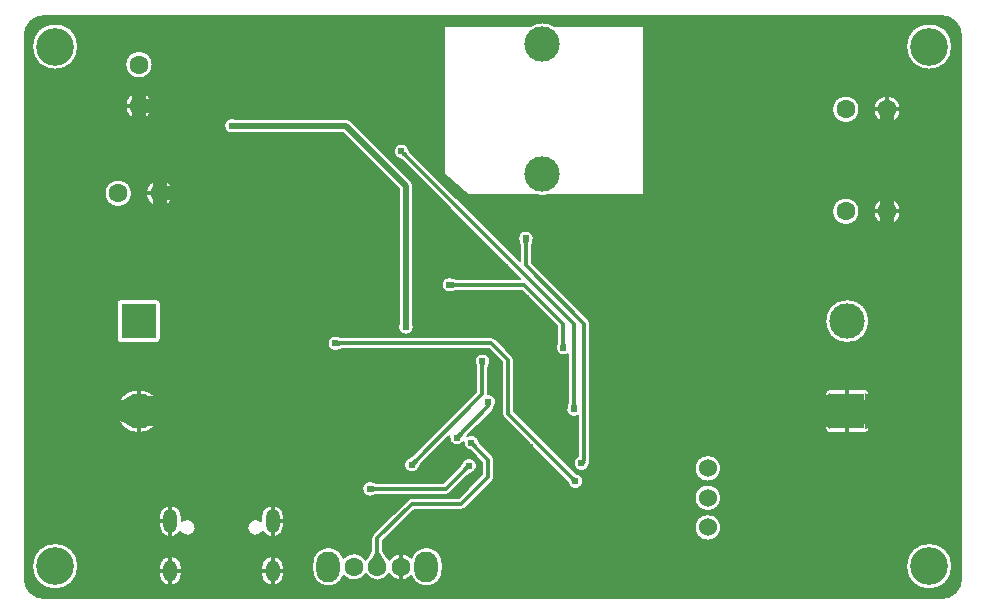
<source format=gbl>
G04 Layer: BottomLayer*
G04 EasyEDA Pro v2.2.37.7, 2025-04-09 10:13:22*
G04 Gerber Generator version 0.3*
G04 Scale: 100 percent, Rotated: No, Reflected: No*
G04 Dimensions in millimeters*
G04 Leading zeros omitted, absolute positions, 4 integers and 5 decimals*
%FSLAX45Y45*%
%MOMM*%
%ADD10C,0.2032*%
%ADD11C,0.35*%
%ADD12C,2.99999*%
%ADD13C,1.6*%
%ADD14R,2.99999X2.99999*%
%ADD15R,3.0031X2.99999*%
%ADD16R,2.99999X2.99999*%
%ADD17C,1.524*%
%ADD18O,1.59995X1.6*%
%ADD19O,2.0X2.59999*%
%ADD20O,1.2X2.0*%
%ADD21O,1.2X1.8*%
%ADD22C,3.2004*%
%ADD23C,0.61*%
%ADD24C,0.6096*%
%ADD25C,0.3*%
%ADD26C,0.5*%
%ADD27C,2.5*%
%ADD28C,1.0*%
%ADD29C,2.0*%
%ADD30C,1.5*%
G75*


G04 Copper Start*
G36*
G01X35814Y-200000D02*
G01X37835Y-174316D01*
G01X43850Y-149264D01*
G01X53709Y-125461D01*
G01X67171Y-103494D01*
G01X83903Y-83903D01*
G01X103494Y-67171D01*
G01X125461Y-53709D01*
G01X149264Y-43850D01*
G01X174316Y-37835D01*
G01X200000Y-35814D01*
G01X7800000Y-35814D01*
G01X7825684Y-37835D01*
G01X7850736Y-43850D01*
G01X7874539Y-53709D01*
G01X7896506Y-67171D01*
G01X7916097Y-83903D01*
G01X7932829Y-103494D01*
G01X7946291Y-125461D01*
G01X7956150Y-149264D01*
G01X7962165Y-174316D01*
G01X7964186Y-200000D01*
G01X7964186Y-4800000D01*
G01X7962165Y-4825684D01*
G01X7956150Y-4850736D01*
G01X7946291Y-4874539D01*
G01X7932829Y-4896506D01*
G01X7916097Y-4916097D01*
G01X7896506Y-4932829D01*
G01X7874539Y-4946291D01*
G01X7850736Y-4956150D01*
G01X7825684Y-4962165D01*
G01X7800000Y-4964186D01*
G01X200000Y-4964186D01*
G01X174316Y-4962165D01*
G01X149264Y-4956150D01*
G01X125461Y-4946291D01*
G01X103494Y-4932829D01*
G01X83903Y-4916097D01*
G01X67171Y-4896506D01*
G01X53709Y-4874539D01*
G01X43850Y-4850736D01*
G01X37835Y-4825684D01*
G01X35814Y-4800000D01*
G01X35814Y-4693650D01*
G01X97816Y-4693650D01*
G01X97816Y-4693650D01*
G01X99809Y-4721520D01*
G01X105749Y-4748823D01*
G01X115513Y-4775002D01*
G01X128904Y-4799526D01*
G01X145648Y-4821894D01*
G01X165406Y-4841651D01*
G01X187774Y-4858396D01*
G01X212298Y-4871787D01*
G01X238477Y-4881551D01*
G01X265780Y-4887491D01*
G01X293650Y-4889484D01*
G01X321520Y-4887491D01*
G01X348823Y-4881551D01*
G01X375002Y-4871787D01*
G01X399526Y-4858396D01*
G01X421894Y-4841651D01*
G01X441651Y-4821894D01*
G01X458396Y-4799526D01*
G01X471787Y-4775002D01*
G01X481551Y-4748823D01*
G01X487491Y-4721520D01*
G01X488794Y-4703303D01*
G01X1173488Y-4703303D01*
G01X1173488Y-4763303D01*
G01X1175329Y-4781995D01*
G01X1180781Y-4799969D01*
G01X1189635Y-4816534D01*
G01X1201551Y-4831053D01*
G01X1216070Y-4842969D01*
G01X1232635Y-4851823D01*
G01X1250609Y-4857275D01*
G01X1269302Y-4859117D01*
G01X1287994Y-4857275D01*
G01X1305968Y-4851823D01*
G01X1322533Y-4842969D01*
G01X1337052Y-4831053D01*
G01X1348968Y-4816534D01*
G01X1357822Y-4799969D01*
G01X1363274Y-4781995D01*
G01X1365115Y-4763303D01*
G01X1365115Y-4703303D01*
G01X2038485Y-4703303D01*
G01X2038485Y-4763303D01*
G01X2040326Y-4781995D01*
G01X2045778Y-4799969D01*
G01X2054632Y-4816534D01*
G01X2066548Y-4831053D01*
G01X2081067Y-4842969D01*
G01X2097632Y-4851823D01*
G01X2115606Y-4857275D01*
G01X2134299Y-4859117D01*
G01X2152991Y-4857275D01*
G01X2170965Y-4851823D01*
G01X2187530Y-4842969D01*
G01X2202049Y-4831053D01*
G01X2213965Y-4816534D01*
G01X2222819Y-4799969D01*
G01X2228271Y-4781995D01*
G01X2230112Y-4763303D01*
G01X2230112Y-4703303D01*
G01X2228271Y-4684610D01*
G01X2223534Y-4668995D01*
G01X2471776Y-4668995D01*
G01X2471776Y-4728995D01*
G01X2473607Y-4751224D01*
G01X2479052Y-4772854D01*
G01X2487964Y-4793300D01*
G01X2500103Y-4812013D01*
G01X2515140Y-4828486D01*
G01X2532671Y-4842276D01*
G01X2552222Y-4853010D01*
G01X2573267Y-4860400D01*
G01X2595238Y-4864246D01*
G01X2617541Y-4864444D01*
G01X2639576Y-4860988D01*
G01X2660749Y-4853973D01*
G01X2680488Y-4843586D01*
G01X2698260Y-4830110D01*
G01X2713587Y-4813905D01*
G01X2726056Y-4795411D01*
G01X2735329Y-4775126D01*
G01X2749676Y-4788963D01*
G01X2766183Y-4800135D01*
G01X2784362Y-4808311D01*
G01X2803673Y-4813249D01*
G01X2823545Y-4814802D01*
G01X2843389Y-4812925D01*
G01X2862617Y-4807673D01*
G01X2880660Y-4799201D01*
G01X2896983Y-4787761D01*
G01X2911102Y-4773692D01*
G01X2922600Y-4757410D01*
G01X2934200Y-4773812D01*
G01X2948459Y-4787963D01*
G01X2964950Y-4799437D01*
G01X2983175Y-4807889D01*
G01X3002586Y-4813064D01*
G01X3022600Y-4814806D01*
G01X3042614Y-4813064D01*
G01X3062025Y-4807889D01*
G01X3080250Y-4799437D01*
G01X3096741Y-4787963D01*
G01X3111000Y-4773812D01*
G01X3122600Y-4757410D01*
G01X3134098Y-4773692D01*
G01X3148217Y-4787761D01*
G01X3164540Y-4799201D01*
G01X3182583Y-4807673D01*
G01X3201811Y-4812925D01*
G01X3221655Y-4814802D01*
G01X3241527Y-4813249D01*
G01X3260838Y-4808311D01*
G01X3279017Y-4800135D01*
G01X3295524Y-4788963D01*
G01X3309871Y-4775126D01*
G01X3319144Y-4795411D01*
G01X3331613Y-4813905D01*
G01X3346940Y-4830110D01*
G01X3364712Y-4843586D01*
G01X3384451Y-4853973D01*
G01X3405624Y-4860988D01*
G01X3427659Y-4864444D01*
G01X3449962Y-4864246D01*
G01X3471933Y-4860400D01*
G01X3492978Y-4853010D01*
G01X3512529Y-4842276D01*
G01X3530060Y-4828486D01*
G01X3545097Y-4812013D01*
G01X3557236Y-4793300D01*
G01X3566148Y-4772854D01*
G01X3571593Y-4751224D01*
G01X3573424Y-4728995D01*
G01X3573424Y-4693650D01*
G01X7497816Y-4693650D01*
G01X7499809Y-4721520D01*
G01X7505749Y-4748823D01*
G01X7515513Y-4775002D01*
G01X7528904Y-4799526D01*
G01X7545649Y-4821894D01*
G01X7565406Y-4841651D01*
G01X7587774Y-4858396D01*
G01X7612298Y-4871787D01*
G01X7638477Y-4881551D01*
G01X7665780Y-4887491D01*
G01X7693650Y-4889484D01*
G01X7721520Y-4887491D01*
G01X7748823Y-4881551D01*
G01X7775002Y-4871787D01*
G01X7799526Y-4858396D01*
G01X7821894Y-4841651D01*
G01X7841652Y-4821894D01*
G01X7858396Y-4799526D01*
G01X7871787Y-4775002D01*
G01X7881551Y-4748823D01*
G01X7887491Y-4721520D01*
G01X7889484Y-4693650D01*
G01X7887491Y-4665780D01*
G01X7881551Y-4638477D01*
G01X7871787Y-4612298D01*
G01X7858396Y-4587774D01*
G01X7841652Y-4565406D01*
G01X7821894Y-4545649D01*
G01X7799526Y-4528904D01*
G01X7775002Y-4515513D01*
G01X7748823Y-4505749D01*
G01X7721520Y-4499809D01*
G01X7693650Y-4497816D01*
G01X7665780Y-4499809D01*
G01X7638477Y-4505749D01*
G01X7612298Y-4515513D01*
G01X7587774Y-4528904D01*
G01X7565406Y-4545649D01*
G01X7545649Y-4565406D01*
G01X7528904Y-4587774D01*
G01X7515513Y-4612298D01*
G01X7505749Y-4638477D01*
G01X7499809Y-4665780D01*
G01X7497816Y-4693650D01*
G01X7497816Y-4693650D01*
G01X3573424Y-4693650D01*
G01X3573424Y-4668995D01*
G01X3571593Y-4646766D01*
G01X3566148Y-4625136D01*
G01X3557236Y-4604689D01*
G01X3545097Y-4585977D01*
G01X3530060Y-4569504D01*
G01X3512529Y-4555714D01*
G01X3492978Y-4544979D01*
G01X3471933Y-4537590D01*
G01X3449962Y-4533744D01*
G01X3427659Y-4533546D01*
G01X3405624Y-4537002D01*
G01X3384451Y-4544017D01*
G01X3364712Y-4554403D01*
G01X3346940Y-4567880D01*
G01X3331613Y-4584084D01*
G01X3319144Y-4602579D01*
G01X3309871Y-4622864D01*
G01X3295524Y-4609027D01*
G01X3279017Y-4597855D01*
G01X3260838Y-4589679D01*
G01X3241527Y-4584741D01*
G01X3221655Y-4583187D01*
G01X3201811Y-4585065D01*
G01X3182583Y-4590317D01*
G01X3164540Y-4598788D01*
G01X3148217Y-4610228D01*
G01X3134098Y-4624298D01*
G01X3122600Y-4640580D01*
G01X3113761Y-4627567D01*
G01X3103239Y-4615871D01*
G01X3073414Y-4565591D01*
G01X3073414Y-4478748D01*
G01X3197526Y-4354636D01*
G01X5708072Y-4354636D01*
G01X5708072Y-4375306D01*
G01X5711871Y-4395625D01*
G01X5719338Y-4414900D01*
G01X5730220Y-4432474D01*
G01X5744145Y-4447750D01*
G01X5760641Y-4460207D01*
G01X5779145Y-4469421D01*
G01X5799026Y-4475078D01*
G01X5819609Y-4476985D01*
G01X5840191Y-4475078D01*
G01X5860073Y-4469421D01*
G01X5878576Y-4460207D01*
G01X5895072Y-4447750D01*
G01X5908998Y-4432474D01*
G01X5919879Y-4414900D01*
G01X5927347Y-4395625D01*
G01X5931145Y-4375306D01*
G01X5931145Y-4354636D01*
G01X5927347Y-4334317D01*
G01X5919879Y-4315042D01*
G01X5908998Y-4297467D01*
G01X5895072Y-4282192D01*
G01X5878576Y-4269735D01*
G01X5860073Y-4260521D01*
G01X5840191Y-4254864D01*
G01X5819609Y-4252957D01*
G01X5819609Y-4252957D01*
G01X5799026Y-4254864D01*
G01X5779145Y-4260521D01*
G01X5760641Y-4269735D01*
G01X5744145Y-4282192D01*
G01X5730220Y-4297467D01*
G01X5719338Y-4315042D01*
G01X5711871Y-4334317D01*
G01X5708072Y-4354636D01*
G01X3197526Y-4354636D01*
G01X3335748Y-4216414D01*
G01X3733800Y-4216414D01*
G01X3746952Y-4214683D01*
G01X3759207Y-4209606D01*
G01X3769731Y-4201531D01*
G01X3866613Y-4104649D01*
G01X5708072Y-4104649D01*
G01X5708072Y-4125319D01*
G01X5711871Y-4145638D01*
G01X5719338Y-4164913D01*
G01X5730220Y-4182488D01*
G01X5744145Y-4197763D01*
G01X5760641Y-4210220D01*
G01X5779145Y-4219434D01*
G01X5799026Y-4225091D01*
G01X5819609Y-4226998D01*
G01X5840191Y-4225091D01*
G01X5860073Y-4219434D01*
G01X5878576Y-4210220D01*
G01X5895072Y-4197763D01*
G01X5908998Y-4182488D01*
G01X5919879Y-4164913D01*
G01X5927347Y-4145638D01*
G01X5931145Y-4125319D01*
G01X5931145Y-4104649D01*
G01X5927347Y-4084330D01*
G01X5919879Y-4065055D01*
G01X5908998Y-4047481D01*
G01X5895072Y-4032205D01*
G01X5878576Y-4019748D01*
G01X5860073Y-4010534D01*
G01X5840191Y-4004877D01*
G01X5819609Y-4002970D01*
G01X5819609Y-4002970D01*
G01X5799026Y-4004877D01*
G01X5779145Y-4010534D01*
G01X5760641Y-4019748D01*
G01X5744145Y-4032205D01*
G01X5730220Y-4047481D01*
G01X5719338Y-4065055D01*
G01X5711871Y-4084330D01*
G01X5708072Y-4104649D01*
G01X3866613Y-4104649D01*
G01X3998331Y-3972931D01*
G01X4006406Y-3962407D01*
G01X4011483Y-3950152D01*
G01X4013214Y-3937000D01*
G01X4013214Y-3794379D01*
G01X4011483Y-3781227D01*
G01X4006406Y-3768972D01*
G01X3998331Y-3758448D01*
G01X3892706Y-3652823D01*
G01X3881747Y-3634613D01*
G01X3876462Y-3619612D01*
G01X3867757Y-3606300D01*
G01X3856132Y-3595444D01*
G01X3842257Y-3587669D01*
G01X3826929Y-3583421D01*
G01X3811031Y-3582945D01*
G01X3795477Y-3586269D01*
G01X3781161Y-3593201D01*
G01X3998331Y-3376031D01*
G01X4004708Y-3368244D01*
G01X4009426Y-3359352D01*
G01X4012298Y-3349705D01*
G01X4016259Y-3340687D01*
G01X4024004Y-3326547D01*
G01X4028107Y-3310956D01*
G01X4028326Y-3294835D01*
G01X4024648Y-3279138D01*
G01X4017292Y-3264792D01*
G01X4006691Y-3252645D01*
G01X3993472Y-3243416D01*
G01X3978416Y-3237649D01*
G01X3962414Y-3235686D01*
G01X3962414Y-3015335D01*
G01X3967541Y-2994710D01*
G01X3974350Y-2980548D01*
G01X3977635Y-2965181D01*
G01X3977212Y-2949473D01*
G01X3973104Y-2934306D01*
G01X3965544Y-2920530D01*
G01X3954954Y-2908921D01*
G01X3941930Y-2900129D01*
G01X3927203Y-2894648D01*
G01X3911600Y-2892786D01*
G01X3895997Y-2894648D01*
G01X3881270Y-2900129D01*
G01X3868246Y-2908921D01*
G01X3857656Y-2920530D01*
G01X3850096Y-2934306D01*
G01X3845988Y-2949473D01*
G01X3845565Y-2965181D01*
G01X3848850Y-2980548D01*
G01X3855659Y-2994710D01*
G01X3860786Y-3015335D01*
G01X3860786Y-3217452D01*
G01X3318533Y-3759705D01*
G01X3300324Y-3770663D01*
G01X3300324Y-3770663D01*
G01X3285495Y-3775863D01*
G01X3272307Y-3784406D01*
G01X3261498Y-3795813D01*
G01X3253678Y-3809442D01*
G01X3249283Y-3824529D01*
G01X3248562Y-3840226D01*
G01X3251554Y-3855652D01*
G01X3258092Y-3869942D01*
G01X3267809Y-3882291D01*
G01X3280158Y-3892008D01*
G01X3294448Y-3898546D01*
G01X3309874Y-3901538D01*
G01X3325571Y-3900817D01*
G01X3340658Y-3896422D01*
G01X3354287Y-3888602D01*
G01X3365694Y-3877793D01*
G01X3374237Y-3864605D01*
G01X3379437Y-3849776D01*
G01X3390395Y-3831567D01*
G01X3631406Y-3590555D01*
G01X3629392Y-3605875D01*
G01X3630978Y-3621244D01*
G01X3636077Y-3635829D01*
G01X3644413Y-3648839D01*
G01X3655534Y-3659566D01*
G01X3668834Y-3667428D01*
G01X3683594Y-3672000D01*
G01X3699010Y-3673031D01*
G01X3714247Y-3670468D01*
G01X3728477Y-3664447D01*
G01X3740927Y-3655298D01*
G01X3750923Y-3643515D01*
G01X3751507Y-3659326D01*
G01X3755820Y-3674548D01*
G01X3763616Y-3688316D01*
G01X3774451Y-3699844D01*
G01X3787708Y-3708478D01*
G01X3802634Y-3713726D01*
G01X3820844Y-3724685D01*
G01X3911586Y-3815427D01*
G01X3911586Y-3915952D01*
G01X3712752Y-4114786D01*
G01X3314700Y-4114786D01*
G01X3301548Y-4116517D01*
G01X3289293Y-4121594D01*
G01X3278769Y-4129669D01*
G01X2986669Y-4421769D01*
G01X2978594Y-4432293D01*
G01X2973517Y-4444548D01*
G01X2971786Y-4457700D01*
G01X2971786Y-4565591D01*
G01X2941961Y-4615871D01*
G01X2931440Y-4627566D01*
G01X2922600Y-4640580D01*
G01X2911102Y-4624298D01*
G01X2896983Y-4610228D01*
G01X2880660Y-4598788D01*
G01X2862617Y-4590317D01*
G01X2843389Y-4585065D01*
G01X2823545Y-4583187D01*
G01X2803673Y-4584741D01*
G01X2784362Y-4589679D01*
G01X2766183Y-4597855D01*
G01X2749676Y-4609027D01*
G01X2735329Y-4622864D01*
G01X2726056Y-4602579D01*
G01X2713587Y-4584084D01*
G01X2698260Y-4567880D01*
G01X2680488Y-4554403D01*
G01X2660749Y-4544017D01*
G01X2639576Y-4537002D01*
G01X2617541Y-4533546D01*
G01X2595238Y-4533744D01*
G01X2573267Y-4537590D01*
G01X2552222Y-4544979D01*
G01X2532671Y-4555714D01*
G01X2515140Y-4569504D01*
G01X2500103Y-4585977D01*
G01X2487964Y-4604689D01*
G01X2479052Y-4625136D01*
G01X2473607Y-4646766D01*
G01X2471776Y-4668995D01*
G01X2223534Y-4668995D01*
G01X2222819Y-4666636D01*
G01X2213965Y-4650071D01*
G01X2202049Y-4635552D01*
G01X2187530Y-4623636D01*
G01X2170965Y-4614782D01*
G01X2152991Y-4609330D01*
G01X2134299Y-4607489D01*
G01X2115606Y-4609330D01*
G01X2097632Y-4614782D01*
G01X2081067Y-4623636D01*
G01X2066548Y-4635552D01*
G01X2054632Y-4650071D01*
G01X2045778Y-4666636D01*
G01X2040326Y-4684610D01*
G01X2038485Y-4703303D01*
G01X2038485Y-4703303D01*
G01X1365115Y-4703303D01*
G01X1363274Y-4684610D01*
G01X1357822Y-4666636D01*
G01X1348968Y-4650071D01*
G01X1337052Y-4635552D01*
G01X1322533Y-4623636D01*
G01X1305968Y-4614782D01*
G01X1287994Y-4609330D01*
G01X1269302Y-4607489D01*
G01X1250609Y-4609330D01*
G01X1232635Y-4614782D01*
G01X1216070Y-4623636D01*
G01X1201551Y-4635552D01*
G01X1189635Y-4650071D01*
G01X1180781Y-4666636D01*
G01X1175329Y-4684610D01*
G01X1173488Y-4703303D01*
G01X1173488Y-4703303D01*
G01X488794Y-4703303D01*
G01X489484Y-4693650D01*
G01X487491Y-4665780D01*
G01X481551Y-4638477D01*
G01X471787Y-4612298D01*
G01X458396Y-4587774D01*
G01X441651Y-4565406D01*
G01X421894Y-4545649D01*
G01X399526Y-4528904D01*
G01X375002Y-4515513D01*
G01X348823Y-4505749D01*
G01X321520Y-4499809D01*
G01X293650Y-4497816D01*
G01X265780Y-4499809D01*
G01X238477Y-4505749D01*
G01X212298Y-4515513D01*
G01X187774Y-4528904D01*
G01X165406Y-4545649D01*
G01X145648Y-4565406D01*
G01X128904Y-4587774D01*
G01X115513Y-4612298D01*
G01X105749Y-4638477D01*
G01X99809Y-4665780D01*
G01X97816Y-4693650D01*
G01X35814Y-4693650D01*
G01X35814Y-4273288D01*
G01X1173488Y-4273288D01*
G01X1173488Y-4353288D01*
G01X1175416Y-4372415D01*
G01X1181124Y-4390772D01*
G01X1190382Y-4407620D01*
G01X1202816Y-4422281D01*
G01X1217927Y-4434165D01*
G01X1235106Y-4442792D01*
G01X1253662Y-4447817D01*
G01X1272847Y-4449036D01*
G01X1291890Y-4446401D01*
G01X1310023Y-4440018D01*
G01X1326517Y-4430143D01*
G01X1340708Y-4417175D01*
G01X1352024Y-4401634D01*
G01X1361578Y-4414194D01*
G01X1373676Y-4424326D01*
G01X1387717Y-4431527D01*
G01X1403005Y-4435440D01*
G01X1418780Y-4435871D01*
G01X1434258Y-4432797D01*
G01X1448671Y-4426372D01*
G01X1461304Y-4416914D01*
G01X1471529Y-4404894D01*
G01X1478837Y-4390908D01*
G01X1482867Y-4375651D01*
G01X1483418Y-4359887D01*
G01X1920206Y-4359887D01*
G01X1920759Y-4375655D01*
G01X1920759Y-4375655D01*
G01X1924789Y-4390910D01*
G01X1932096Y-4404894D01*
G01X1942319Y-4416912D01*
G01X1954949Y-4426369D01*
G01X1969359Y-4432794D01*
G01X1984834Y-4435870D01*
G01X2000606Y-4435442D01*
G01X2015892Y-4431533D01*
G01X2029933Y-4424337D01*
G01X2042032Y-4414210D01*
G01X2051589Y-4401656D01*
G01X2062908Y-4417192D01*
G01X2077100Y-4430156D01*
G01X2093594Y-4440026D01*
G01X2111727Y-4446405D01*
G01X2130768Y-4449037D01*
G01X2149951Y-4447815D01*
G01X2168504Y-4442788D01*
G01X2185681Y-4434159D01*
G01X2200789Y-4422276D01*
G01X2213222Y-4407615D01*
G01X2222477Y-4390769D01*
G01X2228184Y-4372413D01*
G01X2230112Y-4353288D01*
G01X2230112Y-4273288D01*
G01X2228271Y-4254596D01*
G01X2222819Y-4236622D01*
G01X2213965Y-4220057D01*
G01X2202049Y-4205538D01*
G01X2187530Y-4193622D01*
G01X2170965Y-4184768D01*
G01X2152991Y-4179316D01*
G01X2134299Y-4177474D01*
G01X2115606Y-4179316D01*
G01X2097632Y-4184768D01*
G01X2081067Y-4193622D01*
G01X2066548Y-4205538D01*
G01X2054632Y-4220057D01*
G01X2045778Y-4236622D01*
G01X2040326Y-4254596D01*
G01X2038485Y-4273288D01*
G01X2038485Y-4312941D01*
G01X2025706Y-4303685D01*
G01X2011196Y-4297489D01*
G01X1995674Y-4294659D01*
G01X1979911Y-4295337D01*
G01X1964689Y-4299488D01*
G01X1950764Y-4306906D01*
G01X1938827Y-4317223D01*
G01X1929470Y-4329927D01*
G01X1923159Y-4344388D01*
G01X1920206Y-4359887D01*
G01X1483418Y-4359887D01*
G01X1483418Y-4359880D01*
G01X1480463Y-4344379D01*
G01X1474149Y-4329916D01*
G01X1464788Y-4317212D01*
G01X1452847Y-4306895D01*
G01X1438917Y-4299480D01*
G01X1423691Y-4295333D01*
G01X1407925Y-4294661D01*
G01X1392401Y-4297497D01*
G01X1377891Y-4303701D01*
G01X1365115Y-4312964D01*
G01X1365115Y-4273288D01*
G01X1365115Y-4273288D01*
G01X1363274Y-4254596D01*
G01X1357822Y-4236622D01*
G01X1348968Y-4220057D01*
G01X1337052Y-4205538D01*
G01X1322533Y-4193622D01*
G01X1305968Y-4184768D01*
G01X1287994Y-4179316D01*
G01X1269302Y-4177474D01*
G01X1250609Y-4179316D01*
G01X1232635Y-4184768D01*
G01X1216070Y-4193622D01*
G01X1201551Y-4205538D01*
G01X1189635Y-4220057D01*
G01X1180781Y-4236622D01*
G01X1175329Y-4254596D01*
G01X1173488Y-4273288D01*
G01X35814Y-4273288D01*
G01X35814Y-4038600D01*
G01X2892786Y-4038600D01*
G01X2894648Y-4054203D01*
G01X2900129Y-4068930D01*
G01X2908921Y-4081954D01*
G01X2920530Y-4092544D01*
G01X2934306Y-4100104D01*
G01X2949473Y-4104212D01*
G01X2965181Y-4104635D01*
G01X2980548Y-4101350D01*
G01X2994710Y-4094541D01*
G01X3015335Y-4089414D01*
G01X3602711Y-4089414D01*
G01X3615862Y-4087683D01*
G01X3628118Y-4082606D01*
G01X3638642Y-4074531D01*
G01X3793467Y-3919706D01*
G01X3811676Y-3908748D01*
G01X3826505Y-3903547D01*
G01X3839693Y-3895004D01*
G01X3850502Y-3883598D01*
G01X3858322Y-3869969D01*
G01X3862717Y-3854882D01*
G01X3863438Y-3839184D01*
G01X3860446Y-3823758D01*
G01X3853908Y-3809469D01*
G01X3844191Y-3797119D01*
G01X3831842Y-3787403D01*
G01X3817552Y-3780865D01*
G01X3802126Y-3777872D01*
G01X3786429Y-3778594D01*
G01X3771342Y-3782988D01*
G01X3757713Y-3790809D01*
G01X3746306Y-3801617D01*
G01X3737763Y-3814806D01*
G01X3732563Y-3829634D01*
G01X3721605Y-3847844D01*
G01X3581663Y-3987786D01*
G01X3015335Y-3987786D01*
G01X3015335Y-3987786D01*
G01X2994710Y-3982659D01*
G01X2980548Y-3975850D01*
G01X2965181Y-3972565D01*
G01X2949473Y-3972988D01*
G01X2934306Y-3977096D01*
G01X2920530Y-3984656D01*
G01X2908921Y-3995246D01*
G01X2900129Y-4008270D01*
G01X2894648Y-4022997D01*
G01X2892786Y-4038600D01*
G01X35814Y-4038600D01*
G01X35814Y-3381000D01*
G01X814186Y-3381000D01*
G01X816078Y-3407444D01*
G01X821713Y-3433350D01*
G01X830978Y-3458190D01*
G01X843684Y-3481459D01*
G01X859571Y-3502682D01*
G01X878318Y-3521429D01*
G01X899542Y-3537317D01*
G01X922810Y-3550022D01*
G01X947650Y-3559287D01*
G01X973556Y-3564922D01*
G01X1000000Y-3566814D01*
G01X1026444Y-3564922D01*
G01X1052350Y-3559287D01*
G01X1077190Y-3550022D01*
G01X1100459Y-3537317D01*
G01X1121682Y-3521429D01*
G01X1140429Y-3502682D01*
G01X1156316Y-3481459D01*
G01X1169022Y-3458190D01*
G01X1178287Y-3433350D01*
G01X1183922Y-3407444D01*
G01X1185814Y-3381000D01*
G01X1183922Y-3354556D01*
G01X1178287Y-3328650D01*
G01X1169022Y-3303810D01*
G01X1156316Y-3280542D01*
G01X1140429Y-3259318D01*
G01X1121682Y-3240571D01*
G01X1100459Y-3224684D01*
G01X1077190Y-3211978D01*
G01X1052350Y-3202713D01*
G01X1026444Y-3197078D01*
G01X1000000Y-3195186D01*
G01X1000000Y-3195186D01*
G01X973556Y-3197078D01*
G01X947650Y-3202713D01*
G01X922810Y-3211978D01*
G01X899542Y-3224684D01*
G01X878318Y-3240571D01*
G01X859571Y-3259318D01*
G01X843684Y-3280542D01*
G01X830978Y-3303810D01*
G01X821713Y-3328650D01*
G01X816078Y-3354556D01*
G01X814186Y-3381000D01*
G01X35814Y-3381000D01*
G01X35814Y-2806700D01*
G01X2600686Y-2806700D01*
G01X2602548Y-2822303D01*
G01X2608029Y-2837030D01*
G01X2616821Y-2850054D01*
G01X2628430Y-2860644D01*
G01X2642206Y-2868204D01*
G01X2657373Y-2872312D01*
G01X2673081Y-2872735D01*
G01X2688448Y-2869450D01*
G01X2702610Y-2862641D01*
G01X2723235Y-2857514D01*
G01X3966752Y-2857514D01*
G01X4076686Y-2967448D01*
G01X4076686Y-3403600D01*
G01X4078417Y-3416752D01*
G01X4083494Y-3429007D01*
G01X4091569Y-3439531D01*
G01X4623151Y-3971113D01*
G01X4634564Y-3989679D01*
G01X4634564Y-3989679D01*
G01X4640060Y-4004400D01*
G01X4648866Y-4017414D01*
G01X4660486Y-4027991D01*
G01X4674269Y-4035538D01*
G01X4689440Y-4039629D01*
G01X4705148Y-4040036D01*
G01X4720511Y-4036736D01*
G01X4734666Y-4029914D01*
G01X4746818Y-4019953D01*
G01X4756286Y-4007412D01*
G01X4762537Y-3992996D01*
G01X4765221Y-3977513D01*
G01X4764187Y-3961834D01*
G01X4759493Y-3946839D01*
G01X4751402Y-3933368D01*
G01X4740369Y-3922180D01*
G01X4727014Y-3913901D01*
G01X4712085Y-3908998D01*
G01X4694238Y-3898476D01*
G01X4178314Y-3382552D01*
G01X4178314Y-2946400D01*
G01X4176583Y-2933248D01*
G01X4171506Y-2920993D01*
G01X4163431Y-2910469D01*
G01X4023731Y-2770769D01*
G01X4013207Y-2762694D01*
G01X4000952Y-2757617D01*
G01X3987800Y-2755886D01*
G01X2723235Y-2755886D01*
G01X2702610Y-2750759D01*
G01X2688448Y-2743950D01*
G01X2673081Y-2740665D01*
G01X2657373Y-2741088D01*
G01X2642206Y-2745196D01*
G01X2628430Y-2752756D01*
G01X2616821Y-2763346D01*
G01X2608029Y-2776370D01*
G01X2602548Y-2791097D01*
G01X2600686Y-2806700D01*
G01X35814Y-2806700D01*
G01X35814Y-2769000D01*
G01X814186Y-2769000D01*
G01X815939Y-2780067D01*
G01X821026Y-2790051D01*
G01X828949Y-2797974D01*
G01X838933Y-2803061D01*
G01X850000Y-2804814D01*
G01X1150000Y-2804814D01*
G01X1161067Y-2803061D01*
G01X1171051Y-2797974D01*
G01X1178974Y-2790051D01*
G01X1184061Y-2780067D01*
G01X1185814Y-2769000D01*
G01X1185814Y-2469000D01*
G01X1184061Y-2457933D01*
G01X1178974Y-2447949D01*
G01X1171051Y-2440026D01*
G01X1161067Y-2434939D01*
G01X1150000Y-2433186D01*
G01X850000Y-2433186D01*
G01X838933Y-2434939D01*
G01X828949Y-2440026D01*
G01X821026Y-2447949D01*
G01X815939Y-2457933D01*
G01X814186Y-2469000D01*
G01X814186Y-2769000D01*
G01X814186Y-2769000D01*
G01X35814Y-2769000D01*
G01X35814Y-1526009D01*
G01X712979Y-1526009D01*
G01X712979Y-1547381D01*
G01X716906Y-1568389D01*
G01X724627Y-1588318D01*
G01X735878Y-1606488D01*
G01X750276Y-1622282D01*
G01X767331Y-1635162D01*
G01X786462Y-1644688D01*
G01X807018Y-1650537D01*
G01X828299Y-1652509D01*
G01X828299Y-1652509D01*
G01X849580Y-1650537D01*
G01X870136Y-1644688D01*
G01X889267Y-1635162D01*
G01X906322Y-1622282D01*
G01X920721Y-1606488D01*
G01X931971Y-1588318D01*
G01X939692Y-1568389D01*
G01X943619Y-1547381D01*
G01X943619Y-1526009D01*
G01X943619Y-1526009D01*
G01X1062991Y-1526009D01*
G01X1062991Y-1547381D01*
G01X1066918Y-1568389D01*
G01X1074639Y-1588318D01*
G01X1085890Y-1606488D01*
G01X1100288Y-1622282D01*
G01X1117343Y-1635162D01*
G01X1136474Y-1644688D01*
G01X1157030Y-1650537D01*
G01X1178311Y-1652509D01*
G01X1178311Y-1652509D01*
G01X1199592Y-1650537D01*
G01X1220148Y-1644688D01*
G01X1239279Y-1635162D01*
G01X1256334Y-1622282D01*
G01X1270733Y-1606488D01*
G01X1281983Y-1588318D01*
G01X1289704Y-1568389D01*
G01X1293631Y-1547381D01*
G01X1293631Y-1526009D01*
G01X1289704Y-1505001D01*
G01X1281983Y-1485072D01*
G01X1270733Y-1466901D01*
G01X1256334Y-1451107D01*
G01X1239279Y-1438228D01*
G01X1220148Y-1428702D01*
G01X1199592Y-1422853D01*
G01X1178311Y-1420881D01*
G01X1157030Y-1422853D01*
G01X1136474Y-1428702D01*
G01X1117343Y-1438228D01*
G01X1100288Y-1451107D01*
G01X1085890Y-1466901D01*
G01X1074639Y-1485072D01*
G01X1066918Y-1505001D01*
G01X1062991Y-1526009D01*
G01X943619Y-1526009D01*
G01X939692Y-1505001D01*
G01X931971Y-1485072D01*
G01X920721Y-1466901D01*
G01X906322Y-1451107D01*
G01X889267Y-1438228D01*
G01X870136Y-1428702D01*
G01X849580Y-1422853D01*
G01X828299Y-1420881D01*
G01X807018Y-1422853D01*
G01X786462Y-1428702D01*
G01X767331Y-1438228D01*
G01X750276Y-1451107D01*
G01X735878Y-1466901D01*
G01X724627Y-1485072D01*
G01X716906Y-1505001D01*
G01X712979Y-1526009D01*
G01X35814Y-1526009D01*
G01X35814Y-965200D01*
G01X1724386Y-965200D01*
G01X1726409Y-981453D01*
G01X1732353Y-996715D01*
G01X1741857Y-1010054D01*
G01X1754340Y-1020658D01*
G01X1769042Y-1027878D01*
G01X1785065Y-1031274D01*
G01X1801431Y-1030640D01*
G01X1817143Y-1026014D01*
G01X1835047Y-1026014D01*
G01X1847985Y-1030124D01*
G01X1861490Y-1031514D01*
G01X1874994Y-1030124D01*
G01X1887933Y-1026014D01*
G01X2730710Y-1026014D01*
G01X3203086Y-1498390D01*
G01X3203086Y-2567873D01*
G01X3198976Y-2580811D01*
G01X3197586Y-2594316D01*
G01X3198976Y-2607820D01*
G01X3203086Y-2620758D01*
G01X3203086Y-2620758D01*
G01X3203086Y-2640557D01*
G01X3198460Y-2656269D01*
G01X3197826Y-2672635D01*
G01X3201222Y-2688658D01*
G01X3208442Y-2703360D01*
G01X3219046Y-2715843D01*
G01X3232385Y-2725347D01*
G01X3247647Y-2731291D01*
G01X3263900Y-2733314D01*
G01X3280153Y-2731291D01*
G01X3295415Y-2725347D01*
G01X3308754Y-2715843D01*
G01X3319358Y-2703360D01*
G01X3326578Y-2688658D01*
G01X3329974Y-2672635D01*
G01X3329340Y-2656269D01*
G01X3324714Y-2640557D01*
G01X3324714Y-2620758D01*
G01X3328824Y-2607820D01*
G01X3330214Y-2594316D01*
G01X3328824Y-2580811D01*
G01X3324714Y-2567873D01*
G01X3324714Y-1473200D01*
G01X3323545Y-1461336D01*
G01X3320085Y-1449928D01*
G01X3314465Y-1439414D01*
G01X3306902Y-1430198D01*
G01X3052978Y-1176274D01*
G01X3159662Y-1176274D01*
G01X3160383Y-1191971D01*
G01X3164778Y-1207058D01*
G01X3172598Y-1220687D01*
G01X3183407Y-1232094D01*
G01X3196595Y-1240637D01*
G01X3211424Y-1245837D01*
G01X3229633Y-1256795D01*
G01X4233424Y-2260586D01*
G01X3688435Y-2260586D01*
G01X3667810Y-2255459D01*
G01X3653648Y-2248650D01*
G01X3638281Y-2245365D01*
G01X3622573Y-2245788D01*
G01X3607406Y-2249896D01*
G01X3593630Y-2257456D01*
G01X3582021Y-2268046D01*
G01X3573229Y-2281070D01*
G01X3567748Y-2295797D01*
G01X3565886Y-2311400D01*
G01X3567748Y-2327003D01*
G01X3573229Y-2341730D01*
G01X3582021Y-2354754D01*
G01X3593630Y-2365344D01*
G01X3607406Y-2372904D01*
G01X3622573Y-2377012D01*
G01X3638281Y-2377435D01*
G01X3653648Y-2374150D01*
G01X3667810Y-2367341D01*
G01X3688435Y-2362214D01*
G01X4246152Y-2362214D01*
G01X4546586Y-2662648D01*
G01X4546586Y-2788565D01*
G01X4546586Y-2788565D01*
G01X4541459Y-2809190D01*
G01X4534833Y-2822826D01*
G01X4531477Y-2837610D01*
G01X4531567Y-2852771D01*
G01X4535098Y-2867515D01*
G01X4541885Y-2881071D01*
G01X4551574Y-2892732D01*
G01X4563658Y-2901888D01*
G01X4577505Y-2908059D01*
G01X4592393Y-2910925D01*
G01X4607542Y-2910334D01*
G01X4622161Y-2906318D01*
G01X4635486Y-2899086D01*
G01X4635486Y-3309265D01*
G01X4630359Y-3329890D01*
G01X4623733Y-3343526D01*
G01X4620377Y-3358310D01*
G01X4620467Y-3373471D01*
G01X4623998Y-3388215D01*
G01X4630785Y-3401771D01*
G01X4640474Y-3413432D01*
G01X4652558Y-3422588D01*
G01X4666405Y-3428759D01*
G01X4681293Y-3431625D01*
G01X4696442Y-3431034D01*
G01X4711061Y-3427018D01*
G01X4724386Y-3419786D01*
G01X4724386Y-3761449D01*
G01X4710993Y-3768926D01*
G01X4699677Y-3779281D01*
G01X4691042Y-3791958D01*
G01X4685551Y-3806280D01*
G01X4683497Y-3821481D01*
G01X4684991Y-3836747D01*
G01X4689952Y-3851261D01*
G01X4698115Y-3864247D01*
G01X4709043Y-3875011D01*
G01X4722152Y-3882975D01*
G01X4736740Y-3887715D01*
G01X4752026Y-3888977D01*
G01X4767194Y-3886692D01*
G01X4781431Y-3880984D01*
G01X4793976Y-3872158D01*
G01X4804157Y-3860685D01*
G01X4807414Y-3854637D01*
G01X5708072Y-3854637D01*
G01X5708072Y-3875307D01*
G01X5711871Y-3895626D01*
G01X5719338Y-3914901D01*
G01X5730220Y-3932475D01*
G01X5744145Y-3947751D01*
G01X5760641Y-3960208D01*
G01X5779145Y-3969422D01*
G01X5799026Y-3975079D01*
G01X5819609Y-3976986D01*
G01X5840191Y-3975079D01*
G01X5860073Y-3969422D01*
G01X5878576Y-3960208D01*
G01X5895072Y-3947751D01*
G01X5908998Y-3932475D01*
G01X5919879Y-3914901D01*
G01X5927347Y-3895626D01*
G01X5931145Y-3875307D01*
G01X5931145Y-3854637D01*
G01X5927347Y-3834318D01*
G01X5919879Y-3815043D01*
G01X5908998Y-3797468D01*
G01X5895072Y-3782193D01*
G01X5878576Y-3769736D01*
G01X5860073Y-3760522D01*
G01X5840191Y-3754865D01*
G01X5819609Y-3752958D01*
G01X5819609Y-3752958D01*
G01X5799026Y-3754865D01*
G01X5779145Y-3760522D01*
G01X5760641Y-3769736D01*
G01X5744145Y-3782193D01*
G01X5730220Y-3797468D01*
G01X5719338Y-3815043D01*
G01X5711871Y-3834318D01*
G01X5708072Y-3854637D01*
G01X4807414Y-3854637D01*
G01X4811430Y-3847180D01*
G01X4815406Y-3832366D01*
G01X4817925Y-3824808D01*
G01X4822364Y-3816212D01*
G01X4825093Y-3806930D01*
G01X4826014Y-3797300D01*
G01X4826014Y-3531000D01*
G01X6814186Y-3531000D01*
G01X6815939Y-3542067D01*
G01X6821026Y-3552051D01*
G01X6828949Y-3559974D01*
G01X6838933Y-3565061D01*
G01X6850000Y-3566814D01*
G01X7150000Y-3566814D01*
G01X7161067Y-3565061D01*
G01X7171051Y-3559974D01*
G01X7178974Y-3552051D01*
G01X7184061Y-3542067D01*
G01X7185814Y-3531000D01*
G01X7185814Y-3231000D01*
G01X7185814Y-3231000D01*
G01X7184061Y-3219933D01*
G01X7178974Y-3209949D01*
G01X7171051Y-3202026D01*
G01X7161067Y-3196939D01*
G01X7150000Y-3195186D01*
G01X6850000Y-3195186D01*
G01X6838933Y-3196939D01*
G01X6828949Y-3202026D01*
G01X6821026Y-3209949D01*
G01X6815939Y-3219933D01*
G01X6814186Y-3231000D01*
G01X6814186Y-3531000D01*
G01X4826014Y-3531000D01*
G01X4826014Y-2641600D01*
G01X4824283Y-2628448D01*
G01X4820369Y-2619000D01*
G01X6814186Y-2619000D01*
G01X6816078Y-2645444D01*
G01X6821713Y-2671350D01*
G01X6830978Y-2696190D01*
G01X6843684Y-2719459D01*
G01X6859571Y-2740682D01*
G01X6878318Y-2759429D01*
G01X6899541Y-2775317D01*
G01X6922810Y-2788022D01*
G01X6947650Y-2797287D01*
G01X6973556Y-2802922D01*
G01X7000000Y-2804814D01*
G01X7000000Y-2804814D01*
G01X7026444Y-2802922D01*
G01X7052350Y-2797287D01*
G01X7077190Y-2788022D01*
G01X7100458Y-2775317D01*
G01X7121682Y-2759429D01*
G01X7140429Y-2740682D01*
G01X7156316Y-2719459D01*
G01X7169022Y-2696190D01*
G01X7178287Y-2671350D01*
G01X7183922Y-2645444D01*
G01X7185814Y-2619000D01*
G01X7183922Y-2592556D01*
G01X7178287Y-2566650D01*
G01X7169022Y-2541810D01*
G01X7156316Y-2518542D01*
G01X7140429Y-2497318D01*
G01X7121682Y-2478571D01*
G01X7100458Y-2462684D01*
G01X7077190Y-2449978D01*
G01X7052350Y-2440713D01*
G01X7026444Y-2435078D01*
G01X7000000Y-2433186D01*
G01X6973556Y-2435078D01*
G01X6947650Y-2440713D01*
G01X6922810Y-2449978D01*
G01X6899541Y-2462684D01*
G01X6878318Y-2478571D01*
G01X6859571Y-2497318D01*
G01X6843684Y-2518542D01*
G01X6830978Y-2541810D01*
G01X6821713Y-2566650D01*
G01X6816078Y-2592556D01*
G01X6814186Y-2619000D01*
G01X4820369Y-2619000D01*
G01X4819206Y-2616193D01*
G01X4811131Y-2605669D01*
G01X4330714Y-2125252D01*
G01X4330714Y-1973935D01*
G01X4335841Y-1953310D01*
G01X4342650Y-1939148D01*
G01X4345935Y-1923781D01*
G01X4345512Y-1908073D01*
G01X4341404Y-1892906D01*
G01X4333844Y-1879130D01*
G01X4323254Y-1867521D01*
G01X4310230Y-1858729D01*
G01X4295503Y-1853248D01*
G01X4279900Y-1851386D01*
G01X4264297Y-1853248D01*
G01X4249570Y-1858729D01*
G01X4236546Y-1867521D01*
G01X4225956Y-1879130D01*
G01X4218396Y-1892906D01*
G01X4214288Y-1908073D01*
G01X4213865Y-1923781D01*
G01X4217150Y-1939148D01*
G01X4223959Y-1953310D01*
G01X4229086Y-1973935D01*
G01X4229086Y-2112524D01*
G01X3794971Y-1678409D01*
G01X6872479Y-1678409D01*
G01X6872479Y-1699781D01*
G01X6876406Y-1720789D01*
G01X6884127Y-1740718D01*
G01X6895378Y-1758888D01*
G01X6909776Y-1774682D01*
G01X6926831Y-1787562D01*
G01X6945962Y-1797088D01*
G01X6966518Y-1802937D01*
G01X6987799Y-1804909D01*
G01X6987799Y-1804909D01*
G01X7009080Y-1802937D01*
G01X7029636Y-1797088D01*
G01X7048767Y-1787562D01*
G01X7065822Y-1774682D01*
G01X7080221Y-1758888D01*
G01X7091471Y-1740718D01*
G01X7099192Y-1720789D01*
G01X7103119Y-1699781D01*
G01X7103119Y-1678409D01*
G01X7103119Y-1678409D01*
G01X7222491Y-1678409D01*
G01X7222491Y-1699781D01*
G01X7226418Y-1720789D01*
G01X7234139Y-1740718D01*
G01X7245390Y-1758888D01*
G01X7259788Y-1774682D01*
G01X7276843Y-1787562D01*
G01X7295974Y-1797088D01*
G01X7316530Y-1802937D01*
G01X7337811Y-1804909D01*
G01X7337811Y-1804909D01*
G01X7359092Y-1802937D01*
G01X7379648Y-1797088D01*
G01X7398779Y-1787562D01*
G01X7415834Y-1774682D01*
G01X7430233Y-1758888D01*
G01X7441483Y-1740718D01*
G01X7449204Y-1720789D01*
G01X7453131Y-1699781D01*
G01X7453131Y-1678409D01*
G01X7449204Y-1657401D01*
G01X7441483Y-1637472D01*
G01X7430233Y-1619301D01*
G01X7415834Y-1603507D01*
G01X7398779Y-1590628D01*
G01X7379648Y-1581102D01*
G01X7359092Y-1575253D01*
G01X7337811Y-1573281D01*
G01X7316530Y-1575253D01*
G01X7295974Y-1581102D01*
G01X7276843Y-1590628D01*
G01X7259788Y-1603507D01*
G01X7245390Y-1619301D01*
G01X7234139Y-1637472D01*
G01X7226418Y-1657401D01*
G01X7222491Y-1678409D01*
G01X7103119Y-1678409D01*
G01X7099192Y-1657401D01*
G01X7091471Y-1637472D01*
G01X7080221Y-1619301D01*
G01X7065822Y-1603507D01*
G01X7048767Y-1590628D01*
G01X7029636Y-1581102D01*
G01X7009080Y-1575253D01*
G01X6987799Y-1573281D01*
G01X6966518Y-1575253D01*
G01X6945962Y-1581102D01*
G01X6926831Y-1590628D01*
G01X6909776Y-1603507D01*
G01X6895378Y-1619301D01*
G01X6884127Y-1637472D01*
G01X6876406Y-1657401D01*
G01X6872479Y-1678409D01*
G01X3794971Y-1678409D01*
G01X3301495Y-1184933D01*
G01X3290537Y-1166724D01*
G01X3285337Y-1151895D01*
G01X3276794Y-1138707D01*
G01X3265387Y-1127898D01*
G01X3251758Y-1120078D01*
G01X3236671Y-1115683D01*
G01X3220974Y-1114962D01*
G01X3205548Y-1117954D01*
G01X3191258Y-1124492D01*
G01X3178909Y-1134209D01*
G01X3169192Y-1146558D01*
G01X3162654Y-1160848D01*
G01X3159662Y-1176274D01*
G01X3052978Y-1176274D01*
G01X2798902Y-922198D01*
G01X2789686Y-914635D01*
G01X2779172Y-909015D01*
G01X2767764Y-905555D01*
G01X2755900Y-904386D01*
G01X1887933Y-904386D01*
G01X1874994Y-900276D01*
G01X1861490Y-898886D01*
G01X1847985Y-900276D01*
G01X1835047Y-904386D01*
G01X1817143Y-904386D01*
G01X1801431Y-899760D01*
G01X1785065Y-899126D01*
G01X1769042Y-902522D01*
G01X1754340Y-909742D01*
G01X1741857Y-920346D01*
G01X1732353Y-933685D01*
G01X1726409Y-948947D01*
G01X1724386Y-965200D01*
G01X35814Y-965200D01*
G01X35814Y-797306D01*
G01X887486Y-797306D01*
G01X889458Y-818587D01*
G01X895307Y-839143D01*
G01X904833Y-858274D01*
G01X917713Y-875329D01*
G01X933507Y-889727D01*
G01X951677Y-900978D01*
G01X971606Y-908699D01*
G01X992614Y-912626D01*
G01X1013986Y-912626D01*
G01X1034994Y-908699D01*
G01X1054923Y-900978D01*
G01X1073093Y-889727D01*
G01X1088887Y-875329D01*
G01X1101767Y-858274D01*
G01X1111293Y-839143D01*
G01X1117142Y-818587D01*
G01X1119114Y-797306D01*
G01X1117142Y-776025D01*
G01X1111293Y-755469D01*
G01X1101767Y-736338D01*
G01X1088887Y-719283D01*
G01X1073093Y-704885D01*
G01X1054923Y-693634D01*
G01X1034994Y-685913D01*
G01X1013986Y-681986D01*
G01X992614Y-681986D01*
G01X971606Y-685913D01*
G01X951677Y-693634D01*
G01X933507Y-704885D01*
G01X917713Y-719283D01*
G01X904833Y-736338D01*
G01X895307Y-755469D01*
G01X889458Y-776025D01*
G01X887486Y-797306D01*
G01X887486Y-797306D01*
G01X35814Y-797306D01*
G01X35814Y-293650D01*
G01X97816Y-293650D01*
G01X97816Y-293650D01*
G01X99809Y-321520D01*
G01X105749Y-348823D01*
G01X115513Y-375002D01*
G01X128904Y-399526D01*
G01X145648Y-421894D01*
G01X165406Y-441651D01*
G01X187774Y-458396D01*
G01X212298Y-471787D01*
G01X238477Y-481551D01*
G01X265780Y-487491D01*
G01X293650Y-489484D01*
G01X321520Y-487491D01*
G01X348823Y-481551D01*
G01X375002Y-471787D01*
G01X399526Y-458396D01*
G01X414356Y-447294D01*
G01X887486Y-447294D01*
G01X889458Y-468575D01*
G01X895307Y-489131D01*
G01X904833Y-508262D01*
G01X917713Y-525317D01*
G01X933507Y-539715D01*
G01X951677Y-550966D01*
G01X971606Y-558687D01*
G01X992614Y-562614D01*
G01X1013986Y-562614D01*
G01X1034994Y-558687D01*
G01X1054923Y-550966D01*
G01X1073093Y-539715D01*
G01X1088887Y-525317D01*
G01X1101767Y-508262D01*
G01X1111293Y-489131D01*
G01X1117142Y-468575D01*
G01X1119114Y-447294D01*
G01X1117142Y-426013D01*
G01X1111293Y-405457D01*
G01X1101767Y-386326D01*
G01X1088887Y-369271D01*
G01X1073093Y-354873D01*
G01X1054923Y-343622D01*
G01X1034994Y-335901D01*
G01X1013986Y-331974D01*
G01X992614Y-331974D01*
G01X971606Y-335901D01*
G01X951677Y-343622D01*
G01X933507Y-354873D01*
G01X917713Y-369271D01*
G01X904833Y-386326D01*
G01X895307Y-405457D01*
G01X889458Y-426013D01*
G01X887486Y-447294D01*
G01X887486Y-447294D01*
G01X414356Y-447294D01*
G01X421894Y-441651D01*
G01X441651Y-421894D01*
G01X458396Y-399526D01*
G01X471787Y-375002D01*
G01X481551Y-348823D01*
G01X487491Y-321520D01*
G01X489484Y-293650D01*
G01X487491Y-265780D01*
G01X481551Y-238477D01*
G01X471787Y-212298D01*
G01X458396Y-187774D01*
G01X441651Y-165406D01*
G01X421894Y-145648D01*
G01X399526Y-128904D01*
G01X396039Y-127000D01*
G01X3583686Y-127000D01*
G01X3583686Y-1362710D01*
G01X3584587Y-1366947D01*
G01X3587133Y-1370451D01*
G01X3780456Y-1544441D01*
G01X3783691Y-1546423D01*
G01X3787422Y-1547114D01*
G01X4348361Y-1547114D01*
G01X4371416Y-1554957D01*
G01X4395300Y-1559717D01*
G01X4419600Y-1561313D01*
G01X4419600Y-1561313D01*
G01X4443900Y-1559717D01*
G01X4467784Y-1554957D01*
G01X4490839Y-1547114D01*
G01X5270500Y-1547114D01*
G01X5275707Y-1545719D01*
G01X5279519Y-1541907D01*
G01X5280914Y-1536700D01*
G01X5280914Y-814814D01*
G01X6872474Y-814814D01*
G01X6872474Y-836186D01*
G01X6876401Y-857194D01*
G01X6884122Y-877123D01*
G01X6895373Y-895293D01*
G01X6909771Y-911087D01*
G01X6926826Y-923967D01*
G01X6945957Y-933493D01*
G01X6966513Y-939342D01*
G01X6987794Y-941314D01*
G01X6987794Y-941314D01*
G01X7009075Y-939342D01*
G01X7029631Y-933493D01*
G01X7048762Y-923967D01*
G01X7065817Y-911087D01*
G01X7080215Y-895293D01*
G01X7091466Y-877123D01*
G01X7099187Y-857194D01*
G01X7103114Y-836186D01*
G01X7103114Y-814814D01*
G01X7103114Y-814814D01*
G01X7222486Y-814814D01*
G01X7222486Y-836186D01*
G01X7226413Y-857194D01*
G01X7234134Y-877123D01*
G01X7245385Y-895293D01*
G01X7259783Y-911087D01*
G01X7276838Y-923967D01*
G01X7295969Y-933493D01*
G01X7316525Y-939342D01*
G01X7337806Y-941314D01*
G01X7337806Y-941314D01*
G01X7359087Y-939342D01*
G01X7379643Y-933493D01*
G01X7398774Y-923967D01*
G01X7415829Y-911087D01*
G01X7430227Y-895293D01*
G01X7441478Y-877123D01*
G01X7449199Y-857194D01*
G01X7453126Y-836186D01*
G01X7453126Y-814814D01*
G01X7449199Y-793806D01*
G01X7441478Y-773877D01*
G01X7430227Y-755707D01*
G01X7415829Y-739913D01*
G01X7398774Y-727033D01*
G01X7379643Y-717507D01*
G01X7359087Y-711658D01*
G01X7337806Y-709686D01*
G01X7316525Y-711658D01*
G01X7295969Y-717507D01*
G01X7276838Y-727033D01*
G01X7259783Y-739913D01*
G01X7245385Y-755707D01*
G01X7234134Y-773877D01*
G01X7226413Y-793806D01*
G01X7222486Y-814814D01*
G01X7103114Y-814814D01*
G01X7099187Y-793806D01*
G01X7091466Y-773877D01*
G01X7080215Y-755707D01*
G01X7065817Y-739913D01*
G01X7048762Y-727033D01*
G01X7029631Y-717507D01*
G01X7009075Y-711658D01*
G01X6987794Y-709686D01*
G01X6966513Y-711658D01*
G01X6945957Y-717507D01*
G01X6926826Y-727033D01*
G01X6909771Y-739913D01*
G01X6895373Y-755707D01*
G01X6884122Y-773877D01*
G01X6876401Y-793806D01*
G01X6872474Y-814814D01*
G01X5280914Y-814814D01*
G01X5280914Y-293650D01*
G01X7497816Y-293650D01*
G01X7499809Y-321520D01*
G01X7505749Y-348823D01*
G01X7515513Y-375002D01*
G01X7528904Y-399526D01*
G01X7545649Y-421894D01*
G01X7565406Y-441651D01*
G01X7587774Y-458396D01*
G01X7612298Y-471787D01*
G01X7638477Y-481551D01*
G01X7665780Y-487491D01*
G01X7693650Y-489484D01*
G01X7721520Y-487491D01*
G01X7748823Y-481551D01*
G01X7775002Y-471787D01*
G01X7799526Y-458396D01*
G01X7821894Y-441651D01*
G01X7841652Y-421894D01*
G01X7858396Y-399526D01*
G01X7871787Y-375002D01*
G01X7881551Y-348823D01*
G01X7887491Y-321520D01*
G01X7889484Y-293650D01*
G01X7887491Y-265780D01*
G01X7881551Y-238477D01*
G01X7871787Y-212298D01*
G01X7858396Y-187774D01*
G01X7841652Y-165406D01*
G01X7821894Y-145648D01*
G01X7799526Y-128904D01*
G01X7775002Y-115513D01*
G01X7748823Y-105749D01*
G01X7721520Y-99809D01*
G01X7693650Y-97816D01*
G01X7665780Y-99809D01*
G01X7638477Y-105749D01*
G01X7612298Y-115513D01*
G01X7587774Y-128904D01*
G01X7565406Y-145648D01*
G01X7545649Y-165406D01*
G01X7528904Y-187774D01*
G01X7515513Y-212298D01*
G01X7505749Y-238477D01*
G01X7499809Y-265780D01*
G01X7497816Y-293650D01*
G01X7497816Y-293650D01*
G01X5280914Y-293650D01*
G01X5280914Y-127000D01*
G01X5279519Y-121793D01*
G01X5275707Y-117981D01*
G01X5270500Y-116586D01*
G01X4515895Y-116586D01*
G01X4493426Y-104983D01*
G01X4469591Y-96538D01*
G01X4444829Y-91408D01*
G01X4419600Y-89687D01*
G01X4394371Y-91408D01*
G01X4369609Y-96538D01*
G01X4345774Y-104983D01*
G01X4323305Y-116586D01*
G01X3594100Y-116586D01*
G01X3588893Y-117981D01*
G01X3585081Y-121793D01*
G01X3583686Y-127000D01*
G01X396039Y-127000D01*
G01X375002Y-115513D01*
G01X348823Y-105749D01*
G01X321520Y-99809D01*
G01X293650Y-97816D01*
G01X265780Y-99809D01*
G01X238477Y-105749D01*
G01X212298Y-115513D01*
G01X187774Y-128904D01*
G01X165406Y-145648D01*
G01X145648Y-165406D01*
G01X128904Y-187774D01*
G01X115513Y-212298D01*
G01X105749Y-238477D01*
G01X99809Y-265780D01*
G01X97816Y-293650D01*
G01X35814Y-293650D01*
G01X35814Y-200000D01*
G37*
G54D10*
G01X35814Y-200000D02*
G02X200000Y-35814I164186J0D01*
G01X7800000Y-35814D01*
G02X7964186Y-200000I0J-164186D01*
G01X7964186Y-4800000D01*
G02X7800000Y-4964186I-164186J0D01*
G01X200000Y-4964186D01*
G02X35814Y-4800000I0J164186D01*
G01X35814Y-200000D01*
G01X97816Y-293650D02*
G03X489484Y-293650I195834J0D01*
G03X97816Y-293650I-195834J0D01*
G01X97816Y-4693650D02*
G03X489484Y-4693650I195834J0D01*
G03X97816Y-4693650I-195834J0D01*
G01X828299Y-1652509D02*
G03X828299Y-1420881I0J115814D01*
G03X828299Y-1652509I0J-115814D01*
G01X1000000Y-3195186D02*
G03X1000000Y-3566814I0J-185814D01*
G03X1000000Y-3195186I0J185814D01*
G01X814186Y-2769000D02*
G03X850000Y-2804814I35814J0D01*
G01X1150000Y-2804814D01*
G03X1185814Y-2769000I0J35814D01*
G01X1185814Y-2469000D01*
G03X1150000Y-2433186I-35814J0D01*
G01X850000Y-2433186D01*
G03X814186Y-2469000I0J-35814D01*
G01X814186Y-2769000D01*
G01X887486Y-447294D02*
G03X1119114Y-447294I115814J0D01*
G03X887486Y-447294I-115814J0D01*
G01X887486Y-797306D02*
G03X1119114Y-797306I115814J0D01*
G03X887486Y-797306I-115814J0D01*
G01X1178311Y-1652509D02*
G03X1178311Y-1420881I0J115814D01*
G03X1178311Y-1652509I0J-115814D01*
G01X1365115Y-4273288D02*
G03X1173488Y-4273288I-95814J0D01*
G01X1173488Y-4353288D01*
G03X1352024Y-4401634I95814J0D01*
G03X1482867Y-4375651I60788J36327D01*
G03X1365115Y-4312964I-70056J10343D01*
G01X1365115Y-4273288D01*
G01X1173488Y-4703303D02*
G01X1173488Y-4763303D01*
G03X1365115Y-4763303I95814J0D01*
G01X1365115Y-4703303D01*
G03X1173488Y-4703303I-95814J0D01*
G01X3203086Y-2620758D02*
G01X3203086Y-2640557D01*
G03X3263900Y-2733314I60814J-26443D01*
G03X3324714Y-2640557I0J66314D01*
G01X3324714Y-2620758D01*
G03X3324714Y-2567873I-60814J26443D01*
G01X3324714Y-1473200D01*
G03X3306902Y-1430198I-60814J0D01*
G01X2798902Y-922198D01*
G03X2755900Y-904386I-43002J-43002D01*
G01X1887933Y-904386D01*
G03X1835047Y-904386I-26443J-60814D01*
G01X1817143Y-904386D01*
G03X1724386Y-965200I-26443J-60814D01*
G03X1817143Y-1026014I66314J0D01*
G01X1835047Y-1026014D01*
G03X1887933Y-1026014I26443J60814D01*
G01X2730710Y-1026014D01*
G01X3203086Y-1498390D01*
G01X3203086Y-2567873D01*
G03X3203086Y-2620758I60814J-26443D01*
G01X1920759Y-4375655D02*
G03X2051589Y-4401656I70055J10348D01*
G03X2230112Y-4353288I82710J48368D01*
G01X2230112Y-4273288D01*
G03X2038485Y-4273288I-95814J0D01*
G01X2038485Y-4312941D01*
G03X1920759Y-4375655I-47671J-52367D01*
G01X2038485Y-4703303D02*
G01X2038485Y-4763303D01*
G03X2230112Y-4763303I95814J0D01*
G01X2230112Y-4703303D01*
G03X2038485Y-4703303I-95814J0D01*
G01X3300324Y-3770663D02*
G03X3267809Y-3882291I14376J-64737D01*
G03X3379437Y-3849776I46891J46891D01*
G01X3390395Y-3831567D01*
G01X3631406Y-3590555D01*
G03X3668834Y-3667428I64294J-16245D01*
G03X3750923Y-3643515I26866J60628D01*
G03X3802634Y-3713726I66088J-5474D01*
G01X3820844Y-3724685D01*
G01X3911586Y-3815427D01*
G01X3911586Y-3915952D01*
G01X3712752Y-4114786D01*
G01X3314700Y-4114786D01*
G03X3278769Y-4129669I0J-50814D01*
G01X2986669Y-4421769D01*
G03X2971786Y-4457700I35931J-35931D01*
G01X2971786Y-4565591D01*
G01X2941961Y-4615871D01*
G03X2922600Y-4640580I80639J-83124D01*
G03X2735329Y-4622864I-100000J-58415D01*
G03X2471776Y-4668995I-127739J-46131D01*
G01X2471776Y-4728995D01*
G03X2735329Y-4775126I135814J0D01*
G03X2922600Y-4757410I87272J76131D01*
G03X3022600Y-4814806I100000J58415D01*
G03X3122600Y-4757410I0J115811D01*
G03X3309871Y-4775126I100000J58415D01*
G03X3573424Y-4728995I127739J46131D01*
G01X3573424Y-4668995D01*
G03X3309871Y-4622864I-135814J0D01*
G03X3122600Y-4640580I-87272J-76131D01*
G03X3103239Y-4615871I-100000J-58415D01*
G01X3073414Y-4565591D01*
G01X3073414Y-4478748D01*
G01X3335748Y-4216414D01*
G01X3733800Y-4216414D01*
G03X3769731Y-4201531I0J50814D01*
G01X3998331Y-3972931D01*
G03X4013214Y-3937000I-35931J35931D01*
G01X4013214Y-3794379D01*
G03X3998331Y-3758448I-50814J0D01*
G01X3892706Y-3652823D01*
G01X3881747Y-3634613D01*
G03X3781161Y-3593201I-64737J-14376D01*
G01X3998331Y-3376031D01*
G03X4012298Y-3349705I-35931J35931D01*
G01X4016259Y-3340687D01*
G03X3962414Y-3235686I-53859J38687D01*
G01X3962414Y-3015335D01*
G01X3967541Y-2994710D01*
G03X3911600Y-2892786I-55941J35610D01*
G03X3855659Y-2994710I0J-66314D01*
G01X3860786Y-3015335D01*
G01X3860786Y-3217452D01*
G01X3318533Y-3759705D01*
G01X3300324Y-3770663D01*
G01X4634564Y-3989679D02*
G03X4746818Y-4019953I64436J15671D01*
G03X4712085Y-3908998I-47818J45945D01*
G01X4694238Y-3898476D01*
G01X4178314Y-3382552D01*
G01X4178314Y-2946400D01*
G03X4163431Y-2910469I-50814J0D01*
G01X4023731Y-2770769D01*
G03X3987800Y-2755886I-35931J-35931D01*
G01X2723235Y-2755886D01*
G01X2702610Y-2750759D01*
G03X2600686Y-2806700I-35610J-55941D01*
G03X2702610Y-2862641I66314J0D01*
G01X2723235Y-2857514D01*
G01X3966752Y-2857514D01*
G01X4076686Y-2967448D01*
G01X4076686Y-3403600D01*
G03X4091569Y-3439531I50814J0D01*
G01X4623151Y-3971113D01*
G01X4634564Y-3989679D01*
G01X3015335Y-3987786D02*
G01X2994710Y-3982659D01*
G03X2892786Y-4038600I-35610J-55941D01*
G03X2994710Y-4094541I66314J0D01*
G01X3015335Y-4089414D01*
G01X3602711Y-4089414D01*
G03X3638642Y-4074531I0J50814D01*
G01X3793467Y-3919706D01*
G01X3811676Y-3908748D01*
G03X3844191Y-3797119I-14376J64737D01*
G03X3732563Y-3829634I-46891J-46891D01*
G01X3721605Y-3847844D01*
G01X3581663Y-3987786D01*
G01X3015335Y-3987786D01*
G01X4546586Y-2788565D02*
G01X4541459Y-2809190D01*
G03X4551574Y-2892732I55941J-35610D01*
G03X4635486Y-2899086I45826J47932D01*
G01X4635486Y-3309265D01*
G01X4630359Y-3329890D01*
G03X4640474Y-3413432I55941J-35610D01*
G03X4724386Y-3419786I45826J47932D01*
G01X4724386Y-3761449D01*
G03X4709043Y-3875011I25414J-61251D01*
G03X4815406Y-3832366I40757J52311D01*
G01X4817925Y-3824808D01*
G03X4826014Y-3797300I-42725J27508D01*
G01X4826014Y-2641600D01*
G03X4811131Y-2605669I-50814J0D01*
G01X4330714Y-2125252D01*
G01X4330714Y-1973935D01*
G01X4335841Y-1953310D01*
G03X4279900Y-1851386I-55941J35610D01*
G03X4223959Y-1953310I0J-66314D01*
G01X4229086Y-1973935D01*
G01X4229086Y-2112524D01*
G01X3301495Y-1184933D01*
G01X3290537Y-1166724D01*
G03X3178909Y-1134209I-64737J-14376D01*
G03X3211424Y-1245837I46891J-46891D01*
G01X3229633Y-1256795D01*
G01X4233424Y-2260586D01*
G01X3688435Y-2260586D01*
G01X3667810Y-2255459D01*
G03X3565886Y-2311400I-35610J-55941D01*
G03X3667810Y-2367341I66314J0D01*
G01X3688435Y-2362214D01*
G01X4246152Y-2362214D01*
G01X4546586Y-2662648D01*
G01X4546586Y-2788565D01*
G01X4419600Y-1561313D02*
G03X4490839Y-1547114I0J185814D01*
G01X5270500Y-1547114D01*
G03X5280914Y-1536700I0J10414D01*
G01X5280914Y-127000D01*
G03X5270500Y-116586I-10414J0D01*
G01X4515895Y-116586D01*
G03X4419600Y-89687I-96295J-158915D01*
G03X4323305Y-116586I0J-185814D01*
G01X3594100Y-116586D01*
G03X3583686Y-127000I0J-10414D01*
G01X3583686Y-1362710D01*
G03X3587133Y-1370451I10414J0D01*
G01X3780456Y-1544441D01*
G03X3787422Y-1547114I6967J7741D01*
G01X4348361Y-1547114D01*
G03X4419600Y-1561313I71239J171615D01*
G01X5819609Y-4252957D02*
G03X5819609Y-4476985I0J-112014D01*
G03X5819609Y-4252957I0J112014D01*
G01X5819609Y-3752958D02*
G03X5819609Y-3976986I0J-112014D01*
G03X5819609Y-3752958I0J112014D01*
G01X5819609Y-4002970D02*
G03X5819609Y-4226998I0J-112014D01*
G03X5819609Y-4002970I0J112014D01*
G01X7185814Y-3231000D02*
G03X7150000Y-3195186I-35814J0D01*
G01X6850000Y-3195186D01*
G03X6814186Y-3231000I0J-35814D01*
G01X6814186Y-3531000D01*
G03X6850000Y-3566814I35814J0D01*
G01X7150000Y-3566814D01*
G03X7185814Y-3531000I0J35814D01*
G01X7185814Y-3231000D01*
G01X7000000Y-2804814D02*
G03X7000000Y-2433186I0J185814D01*
G03X7000000Y-2804814I0J-185814D01*
G01X6987794Y-941314D02*
G03X6987794Y-709686I0J115814D01*
G03X6987794Y-941314I0J-115814D01*
G01X6987799Y-1804909D02*
G03X6987799Y-1573281I0J115814D01*
G03X6987799Y-1804909I0J-115814D01*
G01X7337806Y-941314D02*
G03X7337806Y-709686I0J115814D01*
G03X7337806Y-941314I0J-115814D01*
G01X7337811Y-1804909D02*
G03X7337811Y-1573281I0J115814D01*
G03X7337811Y-1804909I0J-115814D01*
G01X7497816Y-293650D02*
G03X7889484Y-293650I195834J0D01*
G03X7497816Y-293650I-195834J0D01*
G01X7497816Y-4693650D02*
G03X7889484Y-4693650I195834J0D01*
G03X7497816Y-4693650I-195834J0D01*
G54D11*
G01X923554Y-797306D02*
G01X897646Y-797306D01*
G01X1083046Y-797306D02*
G01X1108954Y-797306D01*
G01X1003300Y-717560D02*
G01X1003300Y-691652D01*
G01X1003300Y-877052D02*
G01X1003300Y-902960D01*
G01X1209556Y-4313288D02*
G01X1183648Y-4313288D01*
G01X1269302Y-4213542D02*
G01X1269302Y-4187634D01*
G01X1269302Y-4413034D02*
G01X1269302Y-4438942D01*
G01X2194044Y-4313288D02*
G01X2219952Y-4313288D01*
G01X2134299Y-4213542D02*
G01X2134299Y-4187634D01*
G01X2134299Y-4413034D02*
G01X2134299Y-4438942D01*
G01X1178311Y-1616441D02*
G01X1178311Y-1642349D01*
G01X1178311Y-1456949D02*
G01X1178311Y-1431041D01*
G01X1098565Y-1536695D02*
G01X1072657Y-1536695D01*
G01X1258057Y-1536695D02*
G01X1283965Y-1536695D01*
G01X1000000Y-3231254D02*
G01X1000000Y-3205346D01*
G01X1000000Y-3530746D02*
G01X1000000Y-3556654D01*
G01X1149746Y-3381000D02*
G01X1175654Y-3381000D01*
G01X850254Y-3381000D02*
G01X824346Y-3381000D01*
G01X1209556Y-4733303D02*
G01X1183648Y-4733303D01*
G01X1329047Y-4733303D02*
G01X1354955Y-4733303D01*
G01X1269302Y-4643557D02*
G01X1269302Y-4617649D01*
G01X1269302Y-4823049D02*
G01X1269302Y-4848957D01*
G01X2074553Y-4733303D02*
G01X2048645Y-4733303D01*
G01X2194044Y-4733303D02*
G01X2219952Y-4733303D01*
G01X2134299Y-4643557D02*
G01X2134299Y-4617649D01*
G01X2134299Y-4823049D02*
G01X2134299Y-4848957D01*
G01X3222600Y-4619249D02*
G01X3222600Y-4593341D01*
G01X3222600Y-4778741D02*
G01X3222600Y-4804649D01*
G01X7000000Y-3530746D02*
G01X7000000Y-3556654D01*
G01X7000000Y-3231254D02*
G01X7000000Y-3205346D01*
G01X6850254Y-3381000D02*
G01X6824346Y-3381000D01*
G01X7149746Y-3381000D02*
G01X7175654Y-3381000D01*
G01X7337806Y-905246D02*
G01X7337806Y-931154D01*
G01X7337806Y-745754D02*
G01X7337806Y-719846D01*
G01X7258060Y-825500D02*
G01X7232152Y-825500D01*
G01X7417552Y-825500D02*
G01X7443460Y-825500D01*
G01X7337811Y-1768841D02*
G01X7337811Y-1794749D01*
G01X7337811Y-1609349D02*
G01X7337811Y-1583441D01*
G01X7258065Y-1689095D02*
G01X7232157Y-1689095D01*
G01X7417557Y-1689095D02*
G01X7443465Y-1689095D01*
G04 Copper End*

G04 TearDrop Start*
G36*
G01X7397808Y-1636176D02*
G01X7387806Y-1553092D01*
G01X7287806Y-1553098D01*
G01X7277808Y-1636184D01*
G01X7397808Y-1636176D01*
G37*
G36*
G01X7277811Y-1742010D02*
G01X7287811Y-1825095D01*
G01X7387811Y-1825095D01*
G01X7397811Y-1742010D01*
G01X7277811Y-1742010D01*
G37*
G36*
G01X7277806Y-878415D02*
G01X7287806Y-961500D01*
G01X7387806Y-961500D01*
G01X7397806Y-878415D01*
G01X7277806Y-878415D01*
G37*
G36*
G01X1118311Y-1589610D02*
G01X1128311Y-1672695D01*
G01X1228311Y-1672695D01*
G01X1238311Y-1589610D01*
G01X1118311Y-1589610D01*
G37*
G36*
G01X1238311Y-1483780D02*
G01X1228311Y-1400695D01*
G01X1128311Y-1400695D01*
G01X1118311Y-1483780D01*
G01X1238311Y-1483780D01*
G37*
G36*
G01X1231226Y-1596695D02*
G01X1314311Y-1586695D01*
G01X1314311Y-1486695D01*
G01X1231226Y-1476695D01*
G01X1231226Y-1596695D01*
G37*
G36*
G01X1063300Y-744391D02*
G01X1053300Y-661306D01*
G01X953300Y-661306D01*
G01X943300Y-744391D01*
G01X1063300Y-744391D01*
G37*
G36*
G01X943300Y-850221D02*
G01X953300Y-933306D01*
G01X1053300Y-933306D01*
G01X1063300Y-850221D01*
G01X943300Y-850221D01*
G37*
G36*
G01X1056215Y-857306D02*
G01X1139300Y-847306D01*
G01X1139300Y-747306D01*
G01X1056215Y-737306D01*
G01X1056215Y-857306D01*
G37*
G36*
G01X6734825Y-3456000D02*
G01X6850000Y-3531000D01*
G01X6850000Y-3231000D01*
G01X6734825Y-3306000D01*
G01X6734825Y-3456000D01*
G37*
G36*
G01X7277100Y-3290900D02*
G01X7150000Y-3231000D01*
G01X7150000Y-3531000D01*
G01X7277100Y-3490900D01*
G01X7277100Y-3290900D01*
G37*
G36*
G01X900785Y-3268500D02*
G01X764637Y-3331000D01*
G01X764637Y-3431000D01*
G01X900785Y-3493500D01*
G01X900785Y-3268500D01*
G37*
G36*
G01X3007600Y-4575414D02*
G01X2970100Y-4638632D01*
G01X3075100Y-4638632D01*
G01X3037600Y-4575414D01*
G01X3007600Y-4575414D01*
G37*
G36*
G01X4709175Y-3345326D02*
G01X4701300Y-3313650D01*
G01X4671300Y-3313650D01*
G01X4663425Y-3345326D01*
G01X4709175Y-3345326D01*
G37*
G36*
G01X3223890Y-1211540D02*
G01X3251857Y-1228370D01*
G01X3273070Y-1207157D01*
G01X3256240Y-1179190D01*
G01X3223890Y-1211540D01*
G37*
G36*
G01X4620275Y-2824626D02*
G01X4612400Y-2792950D01*
G01X4582400Y-2792950D01*
G01X4574525Y-2824626D01*
G01X4620275Y-2824626D01*
G37*
G36*
G01X3652374Y-2334275D02*
G01X3684050Y-2326400D01*
G01X3684050Y-2296400D01*
G01X3652374Y-2288525D01*
G01X3652374Y-2334275D01*
G37*
G36*
G01X4780240Y-3824610D02*
G01X4785807Y-3807907D01*
G01X4764593Y-3786693D01*
G01X4747890Y-3792260D01*
G01X4780240Y-3824610D01*
G37*
G36*
G01X4257025Y-1937874D02*
G01X4264900Y-1969550D01*
G01X4294900Y-1969550D01*
G01X4302775Y-1937874D01*
G01X4257025Y-1937874D01*
G37*
G36*
G01X3766860Y-3842101D02*
G01X3750030Y-3870068D01*
G01X3771243Y-3891281D01*
G01X3799210Y-3874451D01*
G01X3766860Y-3842101D01*
G37*
G36*
G01X2979274Y-4061475D02*
G01X3010950Y-4053600D01*
G01X3010950Y-4023600D01*
G01X2979274Y-4015725D01*
G01X2979274Y-4061475D01*
G37*
G36*
G01X3815100Y-3679430D02*
G01X3843067Y-3696260D01*
G01X3864281Y-3675046D01*
G01X3847451Y-3647079D01*
G01X3815100Y-3679430D01*
G37*
G36*
G01X3726140Y-3608710D02*
G01X3742970Y-3580743D01*
G01X3721757Y-3559530D01*
G01X3693790Y-3576360D01*
G01X3726140Y-3608710D01*
G37*
G36*
G01X3939525Y-3322174D02*
G01X3947400Y-3340100D01*
G01X3977400Y-3340100D01*
G01X3985275Y-3322174D01*
G01X3939525Y-3322174D01*
G37*
G36*
G01X3888725Y-2979274D02*
G01X3896600Y-3010950D01*
G01X3926600Y-3010950D01*
G01X3934475Y-2979274D01*
G01X3888725Y-2979274D01*
G37*
G36*
G01X3345140Y-3837310D02*
G01X3361970Y-3809343D01*
G01X3340757Y-3788130D01*
G01X3312790Y-3804960D01*
G01X3345140Y-3837310D01*
G37*
G36*
G01X4700139Y-3943529D02*
G01X4672130Y-3927017D01*
G01X4651455Y-3948768D01*
G01X4668618Y-3976688D01*
G01X4700139Y-3943529D01*
G37*
G36*
G01X2687174Y-2829575D02*
G01X2718850Y-2821700D01*
G01X2718850Y-2791700D01*
G01X2687174Y-2783825D01*
G01X2687174Y-2829575D01*
G37*
G04 TearDrop End*

G04 Pad Start*
G54D12*
G01X4419600Y-1375499D03*
G01X4419600Y-275501D03*
G54D13*
G01X6987799Y-1689095D03*
G01X7337811Y-1689095D03*
G01X7337806Y-825500D03*
G01X6987794Y-825500D03*
G01X828299Y-1536695D03*
G01X1178311Y-1536695D03*
G01X1003300Y-797306D03*
G01X1003300Y-447294D03*
G54D14*
G01X7000000Y-3381000D03*
G54D12*
G01X7000000Y-2619000D03*
G54D16*
G01X1000000Y-2619000D03*
G54D12*
G01X1000000Y-3381000D03*
G54D17*
G01X5819609Y-4114984D03*
G01X5819609Y-3864972D03*
G01X5819609Y-4364971D03*
G54D18*
G01X2822600Y-4698995D03*
G01X3222600Y-4698995D03*
G01X3022600Y-4698995D03*
G54D19*
G01X3437611Y-4698995D03*
G01X2607589Y-4698995D03*
G54D20*
G01X1269302Y-4313288D03*
G01X2134299Y-4313288D03*
G54D21*
G01X1269302Y-4733303D03*
G01X2134299Y-4733303D03*
G54D22*
G01X293650Y-293650D03*
G01X7693650Y-293650D03*
G01X293650Y-4693650D03*
G01X7693650Y-4693650D03*
G04 Pad End*

G04 Via Start*
G54D23*
G01X4686300Y-3365500D03*
G01X3225800Y-1181100D03*
G01X4597400Y-2844800D03*
G01X3632200Y-2311400D03*
G01X4749800Y-3822700D03*
G01X4279900Y-1917700D03*
G01X3797300Y-3844011D03*
G01X2959100Y-4038600D03*
G01X3817010Y-3648989D03*
G01X3695700Y-3606800D03*
G01X3962400Y-3302000D03*
G01X3911600Y-2959100D03*
G01X3314700Y-3835400D03*
G01X4699000Y-3974008D03*
G01X2667000Y-2806700D03*
G01X1790700Y-965200D03*
G01X3263900Y-2667000D03*
G01X1861490Y-965200D03*
G01X3263900Y-2594316D03*
G01X4749800Y-4318000D03*
G01X4886961Y-4318000D03*
G01X5016500Y-4318000D03*
G01X5016500Y-4428603D03*
G01X4891421Y-4428603D03*
G01X4748707Y-4428603D03*
G01X4748707Y-4575776D03*
G01X4891421Y-4575776D03*
G01X5016500Y-4559300D03*
G01X5067300Y-4051300D03*
G01X2184400Y-2806700D03*
G01X1847850Y-3571279D03*
G01X1551273Y-3571279D03*
G01X4279900Y-2425700D03*
G01X4203700Y-2425700D03*
G01X4130058Y-2425700D03*
G01X4102100Y-2235200D03*
G01X4102100Y-2161609D03*
G01X4368800Y-2120900D03*
G01X4437289Y-2120900D03*
G01X5549900Y-177800D03*
G01X5719112Y-177800D03*
G01X5919804Y-177800D03*
G01X6100426Y-177800D03*
G01X6404808Y-177800D03*
G01X6274358Y-177800D03*
G01X6555326Y-177800D03*
G01X6766052Y-177800D03*
G01X6929950Y-177800D03*
G01X7061200Y-177800D03*
G01X7188200Y-177800D03*
G01X6121400Y-1968500D03*
G01X6121400Y-2287722D03*
G01X6261100Y-2425700D03*
G01X6122725Y-2425700D03*
G01X6121400Y-1865527D03*
G01X6121400Y-2058785D03*
G01X6121400Y-2182173D03*
G01X7337806Y-1528812D03*
G01X7337806Y-1397247D03*
G01X7337806Y-1122969D03*
G01X7337806Y-993635D03*
G01X7337806Y-1832078D03*
G01X7337811Y-1948033D03*
G01X7231731Y-3381000D03*
G01X7556500Y-3058526D03*
G01X1000000Y-3136900D03*
G01X1123652Y-3136900D03*
G01X1123652Y-3585155D03*
G01X1000000Y-3587384D03*
G01X864983Y-3587384D03*
G01X775787Y-3587384D03*
G01X775787Y-3466970D03*
G01X764637Y-3381000D03*
G01X764637Y-3239520D03*
G01X764637Y-3139174D03*
G01X878362Y-3139174D03*
G01X1200000Y-3393383D03*
G01X1472632Y-4733303D03*
G01X1642104Y-4733303D03*
G01X1827187Y-4733303D03*
G01X1958751Y-4733303D03*
G01X1460500Y-3568700D03*
G01X1587500Y-2870200D03*
G01X1587500Y-2694866D03*
G01X1587500Y-2541002D03*
G01X1587500Y-2362610D03*
G01X1587500Y-2217666D03*
G01X1587500Y-2057113D03*
G01X1587500Y-1887640D03*
G01X1587500Y-1738237D03*
G01X1587500Y-1584373D03*
G01X1587500Y-1448349D03*
G01X1638300Y-1358900D03*
G01X1993900Y-1358900D03*
G01X1752600Y-1358900D03*
G01X1903171Y-1355166D03*
G01X1178311Y-1333500D03*
G01X1003300Y-914400D03*
G01X1903171Y-2289023D03*
G01X1903171Y-1829663D03*
G01X2082800Y-2070100D03*
G01X2082800Y-1834123D03*
G01X2082800Y-1954537D03*
G01X2082800Y-2186447D03*
G01X2082800Y-2293483D03*
G01X4256109Y-3187700D03*
G01X4013200Y-2957994D03*
G01X3505200Y-3543300D03*
G01X3266032Y-3543300D03*
G01X2959100Y-3568700D03*
G01X3787830Y-4686300D03*
G01X5207000Y-3911600D03*
G01X5969000Y-4000500D03*
G01X5674886Y-4000500D03*
G01X5676900Y-4254500D03*
G01X5676900Y-4491053D03*
G01X5979268Y-4491053D03*
G01X5979268Y-4260258D03*
G01X5676900Y-3733800D03*
G01X5992647Y-3733800D03*
G01X6350000Y-3454400D03*
G01X6248400Y-3543300D03*
G01X6451600Y-3378200D03*
G01X6553200Y-3289300D03*
G01X6642100Y-3187700D03*
G01X6705600Y-3124200D03*
G01X6426200Y-2984500D03*
G01X6350000Y-3073400D03*
G01X6248400Y-3162300D03*
G01X6146800Y-3238500D03*
G01X6083300Y-3327400D03*
G01X5969000Y-3416300D03*
G01X5880100Y-3492500D03*
G01X5778500Y-3594100D03*
G01X4724400Y-2463800D03*
G01X4825292Y-2463800D03*
G01X4942362Y-2463800D03*
G01X5066122Y-2463800D03*
G01X4279900Y-2514600D03*
G01X4206494Y-2514600D03*
G01X4116183Y-2514600D03*
G01X4191000Y-2019300D03*
G01X4991100Y-3429000D03*
G01X4991100Y-3290250D03*
G01X4991100Y-3102938D03*
G01X4991100Y-2955764D03*
G01X5168900Y-2959100D03*
G01X5168900Y-3102938D03*
G01X5168900Y-3283560D03*
G01X5168900Y-3430734D03*
G01X3543300Y-2959100D03*
G01X3454400Y-2959100D03*
G01X2857500Y-2895600D03*
G01X2948766Y-2895600D03*
G01X3046882Y-2895600D03*
G01X2857500Y-2717800D03*
G01X2950996Y-2717800D03*
G01X3049112Y-2717800D03*
G01X3175000Y-2463800D03*
G01X3175000Y-2556302D03*
G01X3175000Y-2649958D03*
G01X3365500Y-2463800D03*
G01X3365500Y-2556302D03*
G01X3365500Y-2654417D03*
G01X3759200Y-2895600D03*
G01X3759200Y-2732464D03*
G01X3098800Y-1181100D03*
G01X3162300Y-1244600D03*
G01X3225800Y-1308100D03*
G01X2964004Y-1308100D03*
G01X3035300Y-1371600D03*
G01X3098800Y-1447800D03*
G01X4749800Y-4927600D03*
G01X4864100Y-4927600D03*
G01X4864100Y-4762500D03*
G01X4751561Y-4762500D03*
G01X5194300Y-4724400D03*
G01X5105400Y-4826000D03*
G01X4826000Y-4051300D03*
G01X5208031Y-4051300D03*
G01X7337806Y-2133600D03*
G01X7556500Y-2507688D03*
G01X1178311Y-1689100D03*
G01X1219200Y-1130300D03*
G01X1003173Y-1093929D03*
G01X2159000Y-1219200D03*
G01X4114800Y-1943100D03*
G01X3187700Y-4165600D03*
G01X3124200Y-4229100D03*
G01X3060700Y-4305300D03*
G01X2984500Y-4381500D03*
G01X3130573Y-4478995D03*
G01X3187700Y-4406900D03*
G01X3263900Y-4343400D03*
G01X3352800Y-4254500D03*
G01X3467100Y-4254500D03*
G01X3251200Y-4114800D03*
G01X5168900Y-2781300D03*
G01X6734825Y-3381000D03*
G01X4102100Y-1651000D03*
G01X4177822Y-1651000D03*
G54D24*
G01X4314495Y-3806495D03*
G01X4314495Y-3686505D03*
G01X4194505Y-3686505D03*
G01X4194505Y-3806495D03*
G04 Via End*

G04 Track Start*
G54D25*
G01X4686300Y-3365500D02*
G01X4686300Y-2641600D01*
G01X3225800Y-1181100D01*
G01X4749800Y-3822700D02*
G01X4775200Y-3797300D01*
G01X4775200Y-2641600D02*
G01X4279900Y-2146300D01*
G01X4279900Y-1917700D01*
G01X4775200Y-3797300D02*
G01X4775200Y-2641600D01*
G01X4597400Y-2844800D02*
G01X4597400Y-2641600D01*
G01X4267200Y-2311400D01*
G01X3632200Y-2311400D01*
G01X3797300Y-3844011D02*
G01X3602711Y-4038600D01*
G01X2959100Y-4038600D01*
G01X3695700Y-3606800D02*
G01X3962400Y-3340100D01*
G01X3962400Y-3302000D01*
G01X3911600Y-2959100D02*
G01X3911600Y-3238500D01*
G01X3314700Y-3835400D01*
G01X4699000Y-3974008D02*
G01X4699000Y-3975100D01*
G01X4127500Y-3403600D01*
G01X4127500Y-2946400D01*
G01X3987800Y-2806700D02*
G01X4127500Y-2946400D01*
G01X2667000Y-2806700D02*
G01X3987800Y-2806700D01*
G54D26*
G01X2755900Y-965200D02*
G01X3263900Y-1473200D01*
G01X1790700Y-965200D02*
G01X1861490Y-965200D01*
G01X2755900Y-965200D01*
G01X3263900Y-1473200D02*
G01X3263900Y-2594316D01*
G01X3263900Y-2667000D01*
G54D25*
G01X3022600Y-4698995D02*
G01X3022600Y-4457700D01*
G54D27*
G01X1000000Y-3381000D02*
G01X1447800Y-3381000D01*
G54D28*
G01X1003300Y-797306D02*
G01X1432306Y-797306D01*
G01X1447800Y-812800D01*
G01X1178311Y-1536695D02*
G01X1443032Y-1536695D01*
G01X1447800Y-1541463D01*
G54D27*
G01X1447800Y-3381000D02*
G01X1447800Y-1541463D01*
G54D29*
G01X1447800Y-1541463D02*
G01X1447800Y-812800D01*
G54D28*
G01X1003300Y-797306D02*
G01X1003300Y-939800D01*
G01X1178311Y-1536695D02*
G01X1178311Y-1689100D01*
G01X1178311Y-1536695D02*
G01X1178311Y-1333500D01*
G01X1003300Y-797306D02*
G01X1003300Y-635000D01*
G54D29*
G01X7000000Y-3381000D02*
G01X7009900Y-3390900D01*
G01X7277100Y-3390900D01*
G54D28*
G01X7337806Y-1528812D02*
G01X7337806Y-1689090D01*
G01X7337806Y-1397247D02*
G01X7337806Y-1528812D01*
G01X7337806Y-1122969D02*
G01X7337806Y-1397247D01*
G01X7337806Y-825500D02*
G01X7337806Y-993635D01*
G01X7337806Y-1122969D01*
G01X7337811Y-1689095D02*
G01X7337811Y-1832078D01*
G01X7337811Y-1948033D01*
G01X1000000Y-3381000D02*
G01X764637Y-3381000D01*
G01X609600Y-3381000D01*
G01X7337811Y-1948033D02*
G01X7337811Y-2133600D01*
G01X7337811Y-2590800D01*
G54D25*
G01X3962400Y-3794379D02*
G01X3817010Y-3648989D01*
G01X3962400Y-3937000D02*
G01X3962400Y-3794379D01*
G01X3022600Y-4457700D02*
G01X3314700Y-4165600D01*
G01X3733800Y-4165600D01*
G01X3962400Y-3937000D01*
G54D30*
G01X7000000Y-3381000D02*
G01X6734825Y-3381000D01*
G01X6654800Y-3381000D01*
G04 Track End*

M02*


</source>
